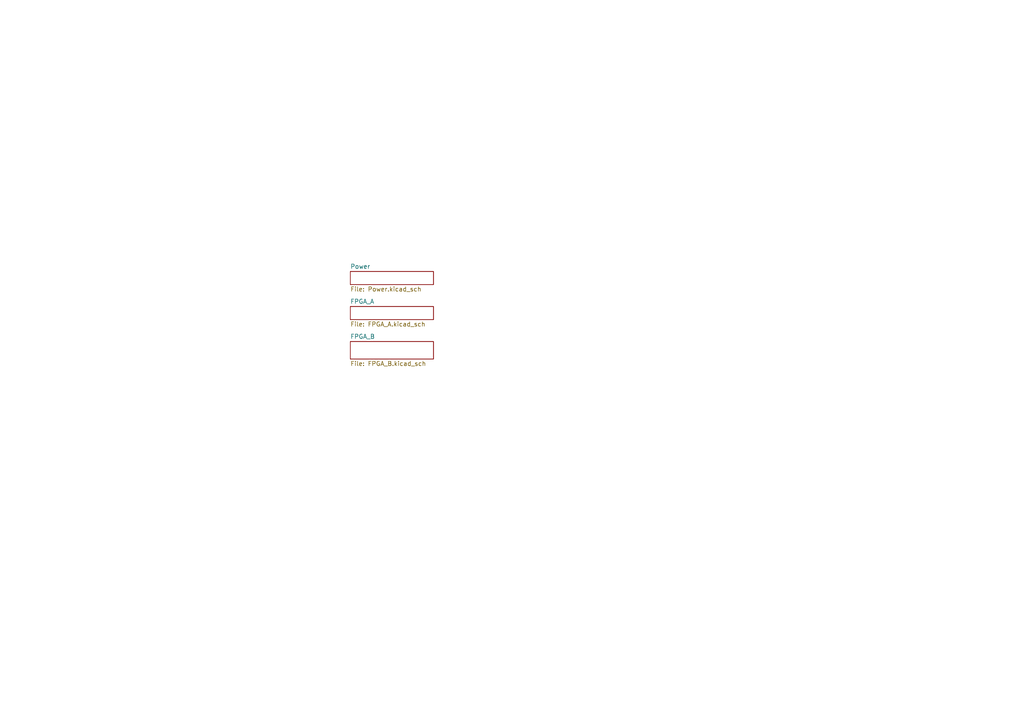
<source format=kicad_sch>
(kicad_sch
	(version 20231120)
	(generator "eeschema")
	(generator_version "8.0")
	(uuid "78072647-df17-4476-bac1-d4a40469c881")
	(paper "A4")
	(lib_symbols)
	(sheet
		(at 101.6 99.06)
		(size 24.13 5.08)
		(fields_autoplaced yes)
		(stroke
			(width 0.1524)
			(type solid)
		)
		(fill
			(color 0 0 0 0.0000)
		)
		(uuid "6c2ba1cd-2014-4970-a92c-3a3d0de5dd01")
		(property "Sheetname" "FPGA_B"
			(at 101.6 98.3484 0)
			(effects
				(font
					(size 1.27 1.27)
				)
				(justify left bottom)
			)
		)
		(property "Sheetfile" "FPGA_B.kicad_sch"
			(at 101.6 104.7246 0)
			(effects
				(font
					(size 1.27 1.27)
				)
				(justify left top)
			)
		)
		(instances
			(project "FPGA_2"
				(path "/78072647-df17-4476-bac1-d4a40469c881"
					(page "4")
				)
			)
		)
	)
	(sheet
		(at 101.6 88.9)
		(size 24.13 3.81)
		(fields_autoplaced yes)
		(stroke
			(width 0.1524)
			(type solid)
		)
		(fill
			(color 0 0 0 0.0000)
		)
		(uuid "cae4d7f7-b098-430a-8925-43e2083c9878")
		(property "Sheetname" "FPGA_A"
			(at 101.6 88.1884 0)
			(effects
				(font
					(size 1.27 1.27)
				)
				(justify left bottom)
			)
		)
		(property "Sheetfile" "FPGA_A.kicad_sch"
			(at 101.6 93.2946 0)
			(effects
				(font
					(size 1.27 1.27)
				)
				(justify left top)
			)
		)
		(instances
			(project "FPGA_2"
				(path "/78072647-df17-4476-bac1-d4a40469c881"
					(page "3")
				)
			)
		)
	)
	(sheet
		(at 101.6 78.74)
		(size 24.13 3.81)
		(fields_autoplaced yes)
		(stroke
			(width 0.1524)
			(type solid)
		)
		(fill
			(color 0 0 0 0.0000)
		)
		(uuid "dab800fa-f9c5-4445-8385-f812ba116c6b")
		(property "Sheetname" "Power"
			(at 101.6 78.0284 0)
			(effects
				(font
					(size 1.27 1.27)
				)
				(justify left bottom)
			)
		)
		(property "Sheetfile" "Power.kicad_sch"
			(at 101.6 83.1346 0)
			(effects
				(font
					(size 1.27 1.27)
				)
				(justify left top)
			)
		)
		(instances
			(project "FPGA_2"
				(path "/78072647-df17-4476-bac1-d4a40469c881"
					(page "2")
				)
			)
		)
	)
	(sheet_instances
		(path "/"
			(page "1")
		)
	)
)

</source>
